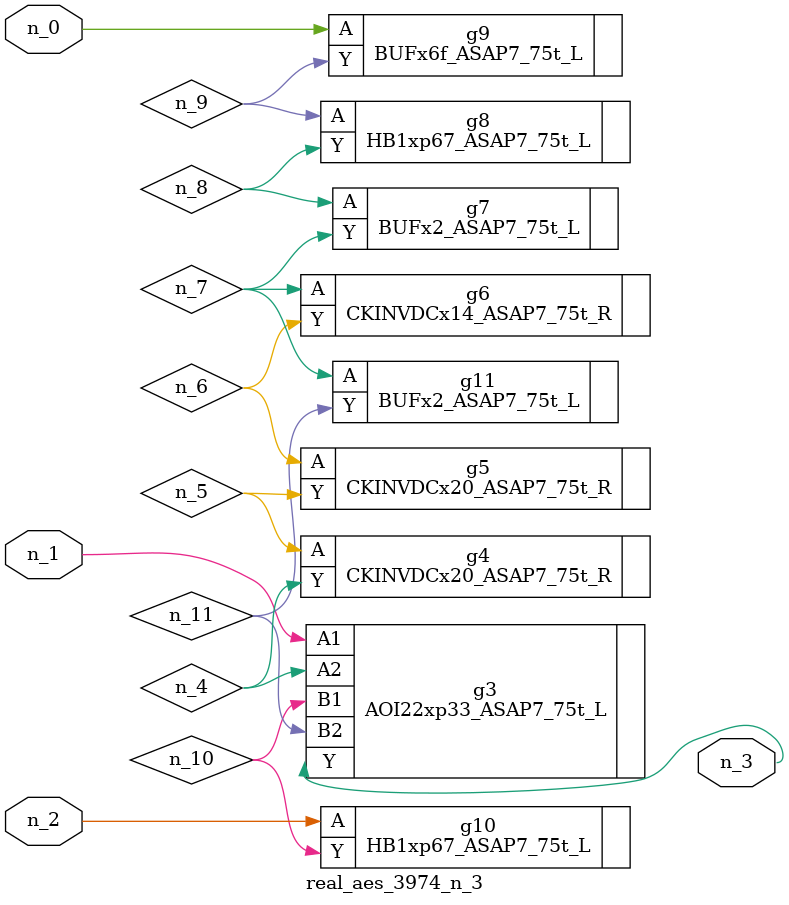
<source format=v>
module real_aes_3974_n_3 (n_0, n_2, n_1, n_3);
input n_0;
input n_2;
input n_1;
output n_3;
wire n_4;
wire n_5;
wire n_7;
wire n_8;
wire n_6;
wire n_9;
wire n_10;
wire n_11;
BUFx6f_ASAP7_75t_L g9 ( .A(n_0), .Y(n_9) );
AOI22xp33_ASAP7_75t_L g3 ( .A1(n_1), .A2(n_4), .B1(n_10), .B2(n_11), .Y(n_3) );
HB1xp67_ASAP7_75t_L g10 ( .A(n_2), .Y(n_10) );
CKINVDCx20_ASAP7_75t_R g4 ( .A(n_5), .Y(n_4) );
CKINVDCx20_ASAP7_75t_R g5 ( .A(n_6), .Y(n_5) );
CKINVDCx14_ASAP7_75t_R g6 ( .A(n_7), .Y(n_6) );
BUFx2_ASAP7_75t_L g11 ( .A(n_7), .Y(n_11) );
BUFx2_ASAP7_75t_L g7 ( .A(n_8), .Y(n_7) );
HB1xp67_ASAP7_75t_L g8 ( .A(n_9), .Y(n_8) );
endmodule
</source>
